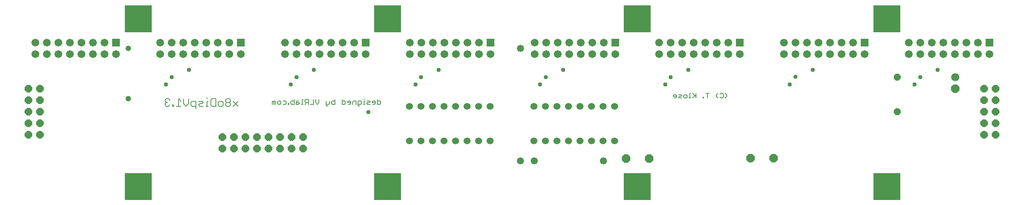
<source format=gbs>
G75*
%MOIN*%
%OFA0B0*%
%FSLAX24Y24*%
%IPPOS*%
%LPD*%
%AMOC8*
5,1,8,0,0,1.08239X$1,22.5*
%
%ADD10R,0.0674X0.0674*%
%ADD11C,0.0674*%
%ADD12OC8,0.0710*%
%ADD13C,0.0710*%
%ADD14OC8,0.0600*%
%ADD15OC8,0.0640*%
%ADD16R,0.2380X0.2380*%
%ADD17C,0.0600*%
%ADD18C,0.0060*%
%ADD19C,0.0080*%
%ADD20C,0.0476*%
%ADD21C,0.0611*%
%ADD22C,0.0370*%
D10*
X017635Y014217D03*
X028462Y014217D03*
X039288Y014217D03*
X050115Y014217D03*
X060942Y014217D03*
X071769Y014217D03*
X082596Y014217D03*
X093422Y014217D03*
D11*
X092422Y014217D03*
X091422Y014217D03*
X090422Y014217D03*
X089422Y014217D03*
X088422Y014217D03*
X087422Y014217D03*
X086422Y014217D03*
X086422Y013217D03*
X087422Y013217D03*
X088422Y013217D03*
X089422Y013217D03*
X090422Y013217D03*
X091422Y013217D03*
X092422Y013217D03*
X093422Y013217D03*
X082596Y013217D03*
X081596Y013217D03*
X080596Y013217D03*
X079596Y013217D03*
X078596Y013217D03*
X077596Y013217D03*
X076596Y013217D03*
X075596Y013217D03*
X071769Y013217D03*
X070769Y013217D03*
X069769Y013217D03*
X068769Y013217D03*
X067769Y013217D03*
X066769Y013217D03*
X065769Y013217D03*
X064769Y013217D03*
X060942Y013217D03*
X059942Y013217D03*
X058942Y013217D03*
X057942Y013217D03*
X056942Y013217D03*
X055942Y013217D03*
X054942Y013217D03*
X053942Y013217D03*
X050115Y013217D03*
X049115Y013217D03*
X048115Y013217D03*
X047115Y013217D03*
X046115Y013217D03*
X045115Y013217D03*
X044115Y013217D03*
X043115Y013217D03*
X039288Y013217D03*
X038288Y013217D03*
X037288Y013217D03*
X036288Y013217D03*
X035288Y013217D03*
X034288Y013217D03*
X033288Y013217D03*
X032288Y013217D03*
X028462Y013217D03*
X027462Y013217D03*
X026462Y013217D03*
X025462Y013217D03*
X024462Y013217D03*
X023462Y013217D03*
X022462Y013217D03*
X021462Y013217D03*
X017635Y013217D03*
X016635Y013217D03*
X015635Y013217D03*
X014635Y013217D03*
X013635Y013217D03*
X012635Y013217D03*
X011635Y013217D03*
X010635Y013217D03*
X010635Y014217D03*
X011635Y014217D03*
X012635Y014217D03*
X013635Y014217D03*
X014635Y014217D03*
X015635Y014217D03*
X016635Y014217D03*
X021462Y014217D03*
X022462Y014217D03*
X023462Y014217D03*
X024462Y014217D03*
X025462Y014217D03*
X026462Y014217D03*
X027462Y014217D03*
X032288Y014217D03*
X033288Y014217D03*
X034288Y014217D03*
X035288Y014217D03*
X036288Y014217D03*
X037288Y014217D03*
X038288Y014217D03*
X043115Y014217D03*
X044115Y014217D03*
X045115Y014217D03*
X046115Y014217D03*
X047115Y014217D03*
X048115Y014217D03*
X049115Y014217D03*
X053942Y014217D03*
X054942Y014217D03*
X055942Y014217D03*
X056942Y014217D03*
X057942Y014217D03*
X058942Y014217D03*
X059942Y014217D03*
X064769Y014217D03*
X065769Y014217D03*
X066769Y014217D03*
X067769Y014217D03*
X068769Y014217D03*
X069769Y014217D03*
X070769Y014217D03*
X075596Y014217D03*
X076596Y014217D03*
X077596Y014217D03*
X078596Y014217D03*
X079596Y014217D03*
X080596Y014217D03*
X081596Y014217D03*
D12*
X090461Y010220D03*
X074681Y004180D03*
X072681Y004180D03*
X063901Y004160D03*
X061901Y004160D03*
D13*
X090461Y011220D03*
D14*
X085441Y011220D03*
X085441Y008220D03*
D15*
X092961Y008220D03*
X093961Y008220D03*
X093961Y007220D03*
X092961Y007220D03*
X092961Y006220D03*
X093961Y006220D03*
X093961Y009220D03*
X092961Y009220D03*
X092961Y010220D03*
X093961Y010220D03*
X033861Y006020D03*
X032861Y006020D03*
X031861Y006020D03*
X030861Y006020D03*
X029861Y006020D03*
X028861Y006020D03*
X027861Y006020D03*
X026861Y006020D03*
X026861Y005020D03*
X027861Y005020D03*
X028861Y005020D03*
X029861Y005020D03*
X030861Y005020D03*
X031861Y005020D03*
X032861Y005020D03*
X033861Y005020D03*
X011021Y006200D03*
X010021Y006200D03*
X010021Y007200D03*
X011021Y007200D03*
X011021Y008200D03*
X010021Y008200D03*
X010021Y009200D03*
X011021Y009200D03*
X011021Y010200D03*
X010021Y010200D03*
D16*
X019548Y001725D03*
X041202Y001725D03*
X062855Y001725D03*
X084509Y001725D03*
X084509Y016292D03*
X062855Y016292D03*
X041202Y016292D03*
X019548Y016292D03*
D17*
X043101Y008680D03*
X044101Y008680D03*
X045101Y008680D03*
X046101Y008680D03*
X047101Y008680D03*
X048101Y008680D03*
X049101Y008680D03*
X050101Y008680D03*
X053885Y008680D03*
X054885Y008680D03*
X055885Y008680D03*
X056885Y008680D03*
X057885Y008680D03*
X058885Y008680D03*
X059885Y008680D03*
X060885Y008680D03*
X060885Y005680D03*
X059885Y005680D03*
X058885Y005680D03*
X057885Y005680D03*
X056885Y005680D03*
X055885Y005680D03*
X054885Y005680D03*
X053885Y005680D03*
X050101Y005680D03*
X049101Y005680D03*
X048101Y005680D03*
X047101Y005680D03*
X046101Y005680D03*
X045101Y005680D03*
X044101Y005680D03*
X043101Y005680D03*
D18*
X028211Y008690D02*
X027784Y009117D01*
X027567Y009117D02*
X027460Y009010D01*
X027247Y009010D01*
X027140Y008903D01*
X027140Y008796D01*
X027247Y008690D01*
X027460Y008690D01*
X027567Y008796D01*
X027567Y008903D01*
X027460Y009010D01*
X027567Y009117D02*
X027567Y009223D01*
X027460Y009330D01*
X027247Y009330D01*
X027140Y009223D01*
X027140Y009117D01*
X027247Y009010D01*
X026922Y009010D02*
X026922Y008796D01*
X026816Y008690D01*
X026602Y008690D01*
X026495Y008796D01*
X026495Y009010D01*
X026602Y009117D01*
X026816Y009117D01*
X026922Y009010D01*
X026278Y009330D02*
X026278Y008690D01*
X025958Y008690D01*
X025851Y008796D01*
X025851Y009223D01*
X025958Y009330D01*
X026278Y009330D01*
X025633Y009117D02*
X025527Y009117D01*
X025527Y008690D01*
X025633Y008690D02*
X025420Y008690D01*
X025204Y008690D02*
X024883Y008690D01*
X024777Y008796D01*
X024883Y008903D01*
X025097Y008903D01*
X025204Y009010D01*
X025097Y009117D01*
X024777Y009117D01*
X024559Y009117D02*
X024239Y009117D01*
X024132Y009010D01*
X024132Y008796D01*
X024239Y008690D01*
X024559Y008690D01*
X023914Y008903D02*
X023701Y008690D01*
X023487Y008903D01*
X023487Y009330D01*
X023270Y009117D02*
X023056Y009330D01*
X023056Y008690D01*
X022843Y008690D02*
X023270Y008690D01*
X022625Y008690D02*
X022519Y008690D01*
X022519Y008796D01*
X022625Y008796D01*
X022625Y008690D01*
X022303Y008796D02*
X022196Y008690D01*
X021983Y008690D01*
X021876Y008796D01*
X021876Y008903D01*
X021983Y009010D01*
X022090Y009010D01*
X021983Y009010D02*
X021876Y009117D01*
X021876Y009223D01*
X021983Y009330D01*
X022196Y009330D01*
X022303Y009223D01*
X023914Y009330D02*
X023914Y008903D01*
X024559Y009117D02*
X024559Y008476D01*
X027784Y008690D02*
X028211Y009117D01*
X025527Y009330D02*
X025527Y009437D01*
D19*
X031190Y009070D02*
X031190Y008860D01*
X031330Y008860D02*
X031330Y009070D01*
X031260Y009140D01*
X031190Y009070D01*
X031330Y009070D02*
X031400Y009140D01*
X031470Y009140D01*
X031470Y008860D01*
X031651Y008930D02*
X031651Y009070D01*
X031721Y009140D01*
X031861Y009140D01*
X031931Y009070D01*
X031931Y008930D01*
X031861Y008860D01*
X031721Y008860D01*
X031651Y008930D01*
X032111Y008860D02*
X032321Y008860D01*
X032391Y008930D01*
X032391Y009070D01*
X032321Y009140D01*
X032111Y009140D01*
X032551Y008930D02*
X032551Y008860D01*
X032621Y008860D01*
X032621Y008930D01*
X032551Y008930D01*
X032802Y008930D02*
X032802Y009070D01*
X032872Y009140D01*
X033082Y009140D01*
X033082Y009280D02*
X033082Y008860D01*
X032872Y008860D01*
X032802Y008930D01*
X033262Y009000D02*
X033472Y009000D01*
X033542Y008930D01*
X033472Y008860D01*
X033262Y008860D01*
X033262Y009070D01*
X033332Y009140D01*
X033472Y009140D01*
X033779Y009280D02*
X033779Y008860D01*
X033849Y008860D02*
X033709Y008860D01*
X034029Y008860D02*
X034169Y009000D01*
X034099Y009000D02*
X034309Y009000D01*
X034309Y008860D02*
X034309Y009280D01*
X034099Y009280D01*
X034029Y009210D01*
X034029Y009070D01*
X034099Y009000D01*
X034490Y008860D02*
X034770Y008860D01*
X034770Y009280D01*
X034950Y009280D02*
X034950Y009000D01*
X035090Y008860D01*
X035230Y009000D01*
X035230Y009280D01*
X035871Y009140D02*
X035871Y008790D01*
X035941Y008719D01*
X036011Y008719D01*
X036081Y008860D02*
X035871Y008860D01*
X036081Y008860D02*
X036151Y008930D01*
X036151Y009140D01*
X036331Y009070D02*
X036331Y008930D01*
X036401Y008860D01*
X036611Y008860D01*
X036611Y009280D01*
X036611Y009140D02*
X036401Y009140D01*
X036331Y009070D01*
X037252Y009140D02*
X037462Y009140D01*
X037532Y009070D01*
X037532Y008930D01*
X037462Y008860D01*
X037252Y008860D01*
X037252Y009280D01*
X037712Y009070D02*
X037712Y009000D01*
X037993Y009000D01*
X037993Y008930D02*
X037993Y009070D01*
X037923Y009140D01*
X037782Y009140D01*
X037712Y009070D01*
X037782Y008860D02*
X037923Y008860D01*
X037993Y008930D01*
X038173Y008860D02*
X038173Y009070D01*
X038243Y009140D01*
X038453Y009140D01*
X038453Y008860D01*
X038633Y008860D02*
X038843Y008860D01*
X038913Y008930D01*
X038913Y009070D01*
X038843Y009140D01*
X038633Y009140D01*
X038633Y008790D01*
X038703Y008719D01*
X038773Y008719D01*
X039080Y008860D02*
X039220Y008860D01*
X039150Y008860D02*
X039150Y009140D01*
X039220Y009140D01*
X039150Y009280D02*
X039150Y009350D01*
X039400Y009140D02*
X039611Y009140D01*
X039681Y009070D01*
X039611Y009000D01*
X039471Y009000D01*
X039400Y008930D01*
X039471Y008860D01*
X039681Y008860D01*
X039861Y009000D02*
X040141Y009000D01*
X040141Y008930D02*
X040141Y009070D01*
X040071Y009140D01*
X039931Y009140D01*
X039861Y009070D01*
X039861Y009000D01*
X039931Y008860D02*
X040071Y008860D01*
X040141Y008930D01*
X040321Y008860D02*
X040531Y008860D01*
X040601Y008930D01*
X040601Y009070D01*
X040531Y009140D01*
X040321Y009140D01*
X040321Y009280D02*
X040321Y008860D01*
X033849Y009280D02*
X033779Y009280D01*
X065982Y009540D02*
X066262Y009540D01*
X066262Y009470D02*
X066262Y009610D01*
X066192Y009680D01*
X066052Y009680D01*
X065982Y009610D01*
X065982Y009540D01*
X066052Y009400D02*
X066192Y009400D01*
X066262Y009470D01*
X066442Y009470D02*
X066512Y009540D01*
X066652Y009540D01*
X066722Y009610D01*
X066652Y009680D01*
X066442Y009680D01*
X066442Y009470D02*
X066512Y009400D01*
X066722Y009400D01*
X066902Y009470D02*
X066902Y009610D01*
X066972Y009680D01*
X067113Y009680D01*
X067183Y009610D01*
X067183Y009470D01*
X067113Y009400D01*
X066972Y009400D01*
X066902Y009470D01*
X067349Y009400D02*
X067490Y009400D01*
X067420Y009400D02*
X067420Y009820D01*
X067490Y009820D01*
X067670Y009820D02*
X067950Y009540D01*
X067880Y009610D02*
X067670Y009400D01*
X067950Y009400D02*
X067950Y009820D01*
X068821Y009820D02*
X069101Y009820D01*
X068961Y009820D02*
X068961Y009400D01*
X068641Y009400D02*
X068571Y009400D01*
X068571Y009470D01*
X068641Y009470D01*
X068641Y009400D01*
X069728Y009540D02*
X069728Y009680D01*
X069868Y009820D01*
X070048Y009750D02*
X070119Y009820D01*
X070259Y009820D01*
X070329Y009750D01*
X070329Y009470D01*
X070259Y009400D01*
X070119Y009400D01*
X070048Y009470D01*
X069868Y009400D02*
X069728Y009540D01*
X070495Y009400D02*
X070636Y009540D01*
X070636Y009680D01*
X070495Y009820D01*
D20*
X018701Y009340D03*
X018701Y013720D03*
D21*
X052721Y013700D03*
X052721Y003940D03*
X053921Y003940D03*
X059921Y003940D03*
D22*
X039521Y008180D03*
X043621Y010580D03*
X044101Y011220D03*
X045621Y011860D03*
X054441Y010580D03*
X054941Y011220D03*
X056441Y011860D03*
X065281Y010580D03*
X065761Y011220D03*
X067281Y011860D03*
X076101Y010580D03*
X076596Y011234D03*
X078101Y011860D03*
X086921Y010580D03*
X087421Y011220D03*
X088921Y011860D03*
X034801Y011860D03*
X033281Y011220D03*
X032801Y010580D03*
X023961Y011860D03*
X022461Y011220D03*
X021961Y010580D03*
M02*

</source>
